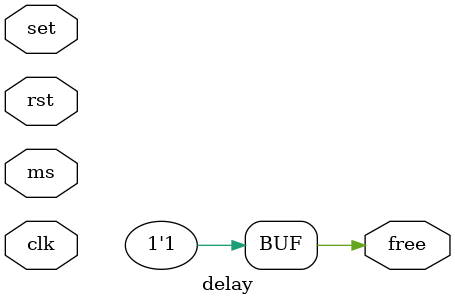
<source format=v>

module delay
(
    input wire clk,
    input wire set,
    input wire rst,
    input wire[7:0] ms,

    output wire free
);

assign free = 1; 

endmodule

</source>
